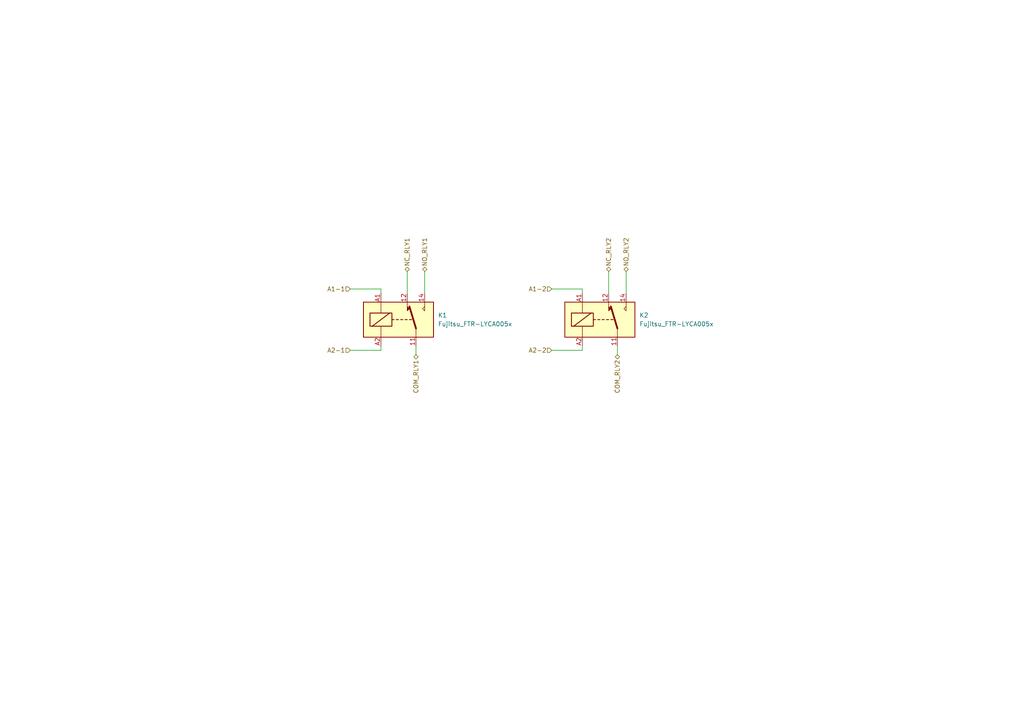
<source format=kicad_sch>
(kicad_sch (version 20250114) (generator "eeschema") (generator_version "9.0")
  (paper "A4")
  (lib_symbols
    (symbol "Relay:Fujitsu_FTR-LYCA005x"
      (property "Reference" "K" (at 11.43 3.81 0))
      (property "Value" "Fujitsu_FTR-LYCA005x" (at 11.43 1.27 0))
      (symbol "Fujitsu_FTR-LYCA005x_0_0"
        (polyline (pts (xy 7.62 5.08) (xy 7.62 2.54) (xy 6.985 3.175) (xy 7.62 3.81)))
      )
      (symbol "Fujitsu_FTR-LYCA005x_0_1"
        (rectangle (start -10.16 5.08) (end 10.16 -5.08) (stroke (width 0.254)) (fill (type background)))
        (rectangle (start -8.255 1.905) (end -1.905 -1.905) (stroke (width 0.254)))
        (polyline (pts (xy -7.62 -1.905) (xy -2.54 1.905)) (stroke (width 0.254)))
        (polyline (pts (xy -5.08 5.08) (xy -5.08 1.905)))
        (polyline (pts (xy -5.08 -5.08) (xy -5.08 -1.905)))
        (polyline (pts (xy -1.905 0) (xy -1.27 0)) (stroke (width 0.254)))
        (polyline (pts (xy -0.635 0) (xy 0 0)) (stroke (width 0.254)))
        (polyline (pts (xy 0.635 0) (xy 1.27 0)) (stroke (width 0.254)))
        (polyline (pts (xy 1.905 0) (xy 2.54 0)) (stroke (width 0.254)))
        (polyline (pts (xy 2.54 5.08) (xy 2.54 2.54) (xy 3.175 3.175) (xy 2.54 3.81)) (fill (type outline)))
        (polyline (pts (xy 3.175 0) (xy 3.81 0)) (stroke (width 0.254)))
        (polyline (pts (xy 5.08 -2.54) (xy 3.175 3.81)) (stroke (width 0.508)))
        (polyline (pts (xy 5.08 -2.54) (xy 5.08 -5.08)))
      )
      (symbol "Fujitsu_FTR-LYCA005x_1_1"
        (pin passive line (at -5.08 7.62 270) (length 2.54) (name "~") (number "A1"))
        (pin passive line (at -5.08 -7.62 90) (length 2.54) (name "~") (number "A2"))
        (pin passive line (at 2.54 7.62 270) (length 2.54) (name "~") (number "12"))
        (pin passive line (at 5.08 -7.62 90) (length 2.54) (name "~") (number "11"))
        (pin passive line (at 7.62 7.62 270) (length 2.54) (name "~") (number "14"))
      )
    )
  )
  (wire (pts (xy 118.11 78.74) (xy 118.11 85.09)))
  (wire (pts (xy 110.49 83.82) (xy 110.49 85.09)))
  (wire (pts (xy 168.91 83.82) (xy 168.91 85.09)))
  (wire (pts (xy 168.91 101.6) (xy 168.91 100.33)))
  (wire (pts (xy 181.61 78.74) (xy 181.61 85.09)))
  (wire (pts (xy 179.07 100.33) (xy 179.07 102.87)))
  (wire (pts (xy 123.19 78.74) (xy 123.19 85.09)))
  (wire (pts (xy 110.49 101.6) (xy 110.49 100.33)))
  (wire (pts (xy 101.6 83.82) (xy 110.49 83.82)))
  (wire (pts (xy 160.02 101.6) (xy 168.91 101.6)))
  (wire (pts (xy 176.53 78.74) (xy 176.53 85.09)))
  (wire (pts (xy 101.6 101.6) (xy 110.49 101.6)))
  (wire (pts (xy 120.65 100.33) (xy 120.65 102.87)))
  (wire (pts (xy 160.02 83.82) (xy 168.91 83.82)))
  (hierarchical_label "COM_RLY2" (shape bidirectional) (at 179.07 102.87 270))
  (hierarchical_label "COM_RLY1" (shape bidirectional) (at 120.65 102.87 270))
  (hierarchical_label "NC_RLY1" (shape bidirectional) (at 118.11 78.74 90))
  (hierarchical_label "A1-1" (shape input) (at 101.6 83.82 180))
  (hierarchical_label "NO_RLY2" (shape bidirectional) (at 181.61 78.74 90))
  (hierarchical_label "A1-2" (shape input) (at 160.02 83.82 180))
  (hierarchical_label "NC_RLY2" (shape bidirectional) (at 176.53 78.74 90))
  (hierarchical_label "NO_RLY1" (shape bidirectional) (at 123.19 78.74 90))
  (hierarchical_label "A2-1" (shape input) (at 101.6 101.6 180))
  (hierarchical_label "A2-2" (shape input) (at 160.02 101.6 180))
  (symbol (lib_id "Relay:Fujitsu_FTR-LYCA005x") (at 115.57 92.71 0) (unit 1)
    (property "Reference" "K1" (at 127 91.4399 0) (effects (justify left)))
    (property "Value" "Fujitsu_FTR-LYCA005x" (at 127 93.9799 0) (effects (justify left)))
    (property "Footprint" "Relay_THT:Relay_SPDT_Fujitsu_FTR-LYCA005x_FormC_Vertical" (effects (hide yes)))
    (property "Datasheet" "https://www.fujitsu.com/sg/imagesgig5/ftr-ly.pdf" (effects (hide yes)))
    (property "Description" "Relay, SPDT Form C, vertical mount, 5-60V coil, 6A, 250VAC, 28 x 5 x 15mm" (effects (hide yes)))
  )
  (symbol (lib_id "Relay:Fujitsu_FTR-LYCA005x") (at 173.99 92.71 0) (unit 1)
    (property "Reference" "K2" (at 185.42 91.4399 0) (effects (justify left)))
    (property "Value" "Fujitsu_FTR-LYCA005x" (at 185.42 93.9799 0) (effects (justify left)))
    (property "Footprint" "Relay_THT:Relay_SPDT_Fujitsu_FTR-LYCA005x_FormC_Vertical" (effects (hide yes)))
    (property "Datasheet" "https://www.fujitsu.com/sg/imagesgig5/ftr-ly.pdf" (effects (hide yes)))
    (property "Description" "Relay, SPDT Form C, vertical mount, 5-60V coil, 6A, 250VAC, 28 x 5 x 15mm" (effects (hide yes)))
  )
)
</source>
